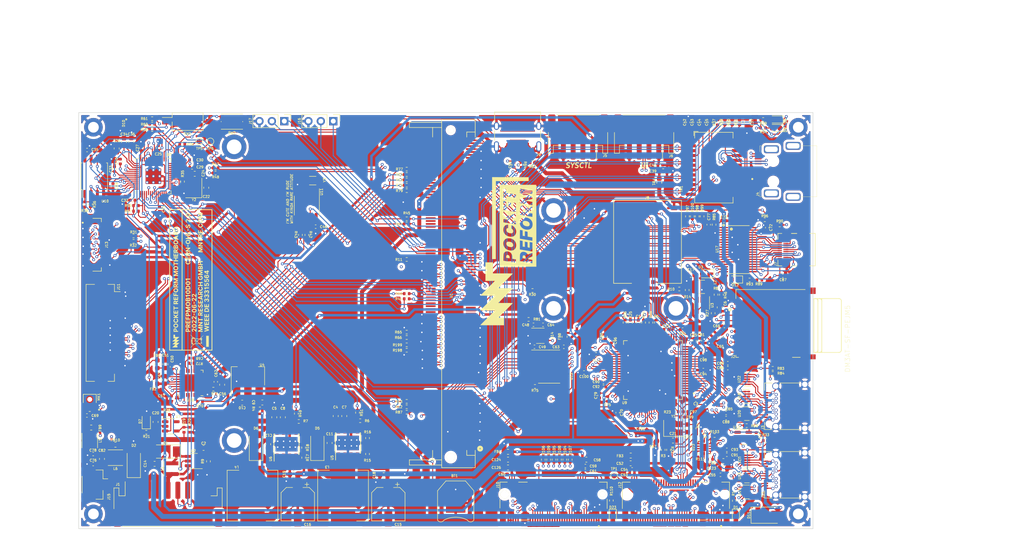
<source format=kicad_pcb>
(kicad_pcb (version 20211014) (generator pcbnew)

  (general
    (thickness 1.754)
  )

  (paper "A4")
  (layers
    (0 "F.Cu" signal)
    (1 "In1.Cu" power "In1.GND.Cu")
    (2 "In2.Cu" signal)
    (3 "In3.Cu" signal)
    (4 "In4.Cu" power "In4.GND.Cu")
    (31 "B.Cu" signal)
    (32 "B.Adhes" user "B.Adhesive")
    (33 "F.Adhes" user "F.Adhesive")
    (34 "B.Paste" user)
    (35 "F.Paste" user)
    (36 "B.SilkS" user "B.Silkscreen")
    (37 "F.SilkS" user "F.Silkscreen")
    (38 "B.Mask" user)
    (39 "F.Mask" user)
    (40 "Dwgs.User" user "User.Drawings")
    (41 "Cmts.User" user "User.Comments")
    (42 "Eco1.User" user "User.Eco1")
    (43 "Eco2.User" user "User.Eco2")
    (44 "Edge.Cuts" user)
    (45 "Margin" user)
    (46 "B.CrtYd" user "B.Courtyard")
    (47 "F.CrtYd" user "F.Courtyard")
    (48 "B.Fab" user)
    (49 "F.Fab" user)
  )

  (setup
    (stackup
      (layer "F.SilkS" (type "Top Silk Screen") (color "White"))
      (layer "F.Paste" (type "Top Solder Paste"))
      (layer "F.Mask" (type "Top Solder Mask") (color "Blue") (thickness 0.01))
      (layer "F.Cu" (type "copper") (thickness 0.035))
      (layer "dielectric 1" (type "prepreg") (thickness 0.127) (material "FR4") (epsilon_r 4.5) (loss_tangent 0.02))
      (layer "In1.Cu" (type "copper") (thickness 0.035))
      (layer "dielectric 2" (type "core") (thickness 0.127) (material "FR4") (epsilon_r 4.5) (loss_tangent 0.02))
      (layer "In2.Cu" (type "copper") (thickness 0.035))
      (layer "dielectric 3" (type "prepreg") (thickness 1.016) (material "FR4") (epsilon_r 4.5) (loss_tangent 0.02))
      (layer "In3.Cu" (type "copper") (thickness 0.035))
      (layer "dielectric 4" (type "core") (thickness 0.127) (material "FR4") (epsilon_r 4.5) (loss_tangent 0.02))
      (layer "In4.Cu" (type "copper") (thickness 0.035))
      (layer "dielectric 5" (type "prepreg") (thickness 0.127) (material "FR4") (epsilon_r 4.5) (loss_tangent 0.02))
      (layer "B.Cu" (type "copper") (thickness 0.035))
      (layer "B.Mask" (type "Bottom Solder Mask") (color "Blue") (thickness 0.01))
      (layer "B.Paste" (type "Bottom Solder Paste"))
      (layer "B.SilkS" (type "Bottom Silk Screen") (color "White"))
      (copper_finish "ENIG")
      (dielectric_constraints no)
    )
    (pad_to_mask_clearance 0)
    (pcbplotparams
      (layerselection 0x00010fc_ffffffff)
      (disableapertmacros false)
      (usegerberextensions false)
      (usegerberattributes true)
      (usegerberadvancedattributes true)
      (creategerberjobfile true)
      (svguseinch false)
      (svgprecision 6)
      (excludeedgelayer true)
      (plotframeref false)
      (viasonmask false)
      (mode 1)
      (useauxorigin false)
      (hpglpennumber 1)
      (hpglpenspeed 20)
      (hpglpendiameter 15.000000)
      (dxfpolygonmode true)
      (dxfimperialunits true)
      (dxfusepcbnewfont true)
      (psnegative false)
      (psa4output false)
      (plotreference true)
      (plotvalue true)
      (plotinvisibletext false)
      (sketchpadsonfab false)
      (subtractmaskfromsilk false)
      (outputformat 1)
      (mirror false)
      (drillshape 0)
      (scaleselection 1)
      (outputdirectory "pocket-reform-motherboard-d1-gerbers")
    )
  )

  (net 0 "")
  (net 1 "Net-(BT1-Pad1)")
  (net 2 "VCC")
  (net 3 "Net-(C9-Pad1)")
  (net 4 "+1V8")
  (net 5 "Net-(C11-Pad1)")
  (net 6 "Net-(C11-Pad2)")
  (net 7 "Net-(C12-Pad1)")
  (net 8 "Net-(C12-Pad2)")
  (net 9 "STANDBY_3V3")
  (net 10 "Net-(C20-Pad1)")
  (net 11 "Net-(C21-Pad1)")
  (net 12 "Net-(C22-Pad1)")
  (net 13 "Net-(C23-Pad1)")
  (net 14 "Net-(C24-Pad1)")
  (net 15 "Net-(C37-Pad1)")
  (net 16 "Net-(C39-Pad1)")
  (net 17 "Net-(C42-Pad1)")
  (net 18 "Net-(C43-Pad1)")
  (net 19 "Net-(C44-Pad1)")
  (net 20 "Net-(C45-Pad1)")
  (net 21 "Net-(C48-Pad1)")
  (net 22 "Net-(C72-Pad2)")
  (net 23 "USBH_1A_TXN")
  (net 24 "Net-(C57-Pad1)")
  (net 25 "USBH_1B_TXN")
  (net 26 "Net-(C63-Pad1)")
  (net 27 "USBH_1A_TXP")
  (net 28 "/USBH_1A_AC_TXN")
  (net 29 "USBH_1B_TXP")
  (net 30 "/USBH_1B_AC_TXN")
  (net 31 "USBH_2A_TXN")
  (net 32 "/USBH_1A_AC_TXP")
  (net 33 "USBH_2B_TXN")
  (net 34 "/USBH_1B_AC_TXP")
  (net 35 "USBH_2A_TXP")
  (net 36 "/USBH_2A_AC_TXN")
  (net 37 "USBH_2B_TXP")
  (net 38 "/~{M_LED1}")
  (net 39 "Net-(D4-Pad1)")
  (net 40 "ETH0_LED_RX")
  (net 41 "Net-(D8-Pad2)")
  (net 42 "ETH0_LED_LINK1")
  (net 43 "/USBH_2B_AC_TXN")
  (net 44 "Net-(D9-Pad2)")
  (net 45 "Net-(D10-Pad4)")
  (net 46 "Net-(D10-Pad5)")
  (net 47 "Net-(D10-Pad6)")
  (net 48 "VCHG")
  (net 49 "USB_VBUS")
  (net 50 "Net-(C87-Pad1)")
  (net 51 "RP_SDA0")
  (net 52 "RP_SCL0")
  (net 53 "Net-(J2-Pad5)")
  (net 54 "SD_DET")
  (net 55 "USBH_1_DP")
  (net 56 "USBH_1_DN")
  (net 57 "unconnected-(J3-PadA8)")
  (net 58 "USBH_1B_RXN")
  (net 59 "USBH_1B_RXP")
  (net 60 "unconnected-(J3-PadB8)")
  (net 61 "USBH_1A_RXN")
  (net 62 "USBH_1A_RXP")
  (net 63 "ETH0_DA+")
  (net 64 "ETH0_DA-")
  (net 65 "unconnected-(J4-Pad3)")
  (net 66 "ETH0_DC+")
  (net 67 "ETH0_DC-")
  (net 68 "ETH0_DB+")
  (net 69 "ETH0_DB-")
  (net 70 "unconnected-(J4-Pad8)")
  (net 71 "ETH0_DD+")
  (net 72 "ETH0_DD-")
  (net 73 "RP_UART1_TX")
  (net 74 "RP_UART1_RX")
  (net 75 "unconnected-(J7-Pad2)")
  (net 76 "UIM_PWR")
  (net 77 "Net-(J9-PadA4)")
  (net 78 "unconnected-(J9-PadA5)")
  (net 79 "/RUD+")
  (net 80 "/RUD-")
  (net 81 "unconnected-(J9-PadA8)")
  (net 82 "unconnected-(J9-PadB5)")
  (net 83 "unconnected-(J9-PadB8)")
  (net 84 "unconnected-(J10-Pad5)")
  (net 85 "unconnected-(J10-Pad6)")
  (net 86 "unconnected-(J10-Pad7)")
  (net 87 "unconnected-(J10-Pad8)")
  (net 88 "unconnected-(J10-Pad17)")
  (net 89 "unconnected-(J10-Pad19)")
  (net 90 "unconnected-(J10-Pad20)")
  (net 91 "unconnected-(J10-Pad22)")
  (net 92 "unconnected-(J10-Pad24)")
  (net 93 "unconnected-(J10-Pad26)")
  (net 94 "unconnected-(J10-Pad28)")
  (net 95 "unconnected-(J10-Pad29)")
  (net 96 "unconnected-(J10-Pad30)")
  (net 97 "unconnected-(J10-Pad31)")
  (net 98 "unconnected-(J10-Pad32)")
  (net 99 "unconnected-(J10-Pad34)")
  (net 100 "unconnected-(J10-Pad36)")
  (net 101 "/USBH_2A_AC_TXP")
  (net 102 "unconnected-(J10-Pad38)")
  (net 103 "/USBH_2B_AC_TXP")
  (net 104 "PCIE1_RX_N")
  (net 105 "PCIE1_RX_P")
  (net 106 "unconnected-(J10-Pad46)")
  (net 107 "PCIE1_TX_N")
  (net 108 "unconnected-(J10-Pad48)")
  (net 109 "PCIE1_TX_P")
  (net 110 "PCIE1_RESETn")
  (net 111 "PCIE1_CLK_N")
  (net 112 "unconnected-(J10-Pad54)")
  (net 113 "PCIE1_CLK_P")
  (net 114 "unconnected-(J10-Pad56)")
  (net 115 "unconnected-(J10-Pad58)")
  (net 116 "unconnected-(J10-Pad67)")
  (net 117 "unconnected-(J10-Pad68)")
  (net 118 "unconnected-(J10-Pad69)")
  (net 119 "unconnected-(J11-Pad3)")
  (net 120 "unconnected-(J11-Pad4)")
  (net 121 "GND")
  (net 122 "+5V")
  (net 123 "unconnected-(J11-Pad5)")
  (net 124 "Net-(J3-PadB5)")
  (net 125 "unconnected-(J11-Pad6)")
  (net 126 "unconnected-(J11-Pad7)")
  (net 127 "unconnected-(J11-Pad8)")
  (net 128 "unconnected-(J11-Pad9)")
  (net 129 "Net-(J3-PadA5)")
  (net 130 "USB1_DP")
  (net 131 "USB1_DN")
  (net 132 "SD_CLK")
  (net 133 "SD_CMD")
  (net 134 "SD_D3")
  (net 135 "SD_D2")
  (net 136 "SD_D1")
  (net 137 "SD_D0")
  (net 138 "USB2_RXP")
  (net 139 "USB2_RXN")
  (net 140 "USB2_TXN")
  (net 141 "USB2_TXP")
  (net 142 "USB1_RXP")
  (net 143 "USB1_RXN")
  (net 144 "USB1_TXN")
  (net 145 "USB1_TXP")
  (net 146 "USB2_DN")
  (net 147 "USB2_DP")
  (net 148 "+3V3")
  (net 149 "Net-(J7-Pad18)")
  (net 150 "unconnected-(J11-Pad10)")
  (net 151 "HDMI_CLKN")
  (net 152 "HDMI_CLKP")
  (net 153 "unconnected-(J11-Pad11)")
  (net 154 "HDMI_TX1N")
  (net 155 "HDMI_TX1P")
  (net 156 "DSI_D3_N")
  (net 157 "DSI_D3_P")
  (net 158 "Net-(R11-Pad2)")
  (net 159 "Net-(J7-Pad17)")
  (net 160 "Net-(J7-Pad15)")
  (net 161 "DSI_D2_N")
  (net 162 "HDMI_TX0N")
  (net 163 "HDMI_TX0P")
  (net 164 "DSI_D2_P")
  (net 165 "HDMI_TX2N")
  (net 166 "HDMI_TX2P")
  (net 167 "Net-(J7-Pad1)")
  (net 168 "DSI_CLK_N")
  (net 169 "HDMI_AUXN")
  (net 170 "HDMI_AUXP")
  (net 171 "UIM_IO")
  (net 172 "UIM_CLK")
  (net 173 "UIM_RST")
  (net 174 "UIM_VPP")
  (net 175 "DSI_CLK_P")
  (net 176 "DSI_D1_N")
  (net 177 "DSI_D1_P")
  (net 178 "Net-(R12-Pad2)")
  (net 179 "DSI_D0_N")
  (net 180 "Net-(C123-Pad1)")
  (net 181 "Net-(C124-Pad1)")
  (net 182 "Net-(D1-Pad2)")
  (net 183 "Net-(D23-Pad2)")
  (net 184 "Net-(D23-Pad1)")
  (net 185 "Net-(J10-Pad13)")
  (net 186 "Net-(J10-Pad25)")
  (net 187 "Net-(J10-Pad37)")
  (net 188 "Net-(J10-Pad11)")
  (net 189 "Net-(J10-Pad23)")
  (net 190 "Net-(J10-Pad35)")
  (net 191 "PCIE2_CLK_P")
  (net 192 "PCIE2_CLK_N")
  (net 193 "/M2_CLKREQn")
  (net 194 "PCIE2_RESETn")
  (net 195 "PCIE2_TX_N")
  (net 196 "PCIE2_TX_P")
  (net 197 "PCIE2_RX_P")
  (net 198 "PCIE2_RX_N")
  (net 199 "DSI_D0_P")
  (net 200 "unconnected-(J11-Pad28)")
  (net 201 "unconnected-(J11-Pad29)")
  (net 202 "unconnected-(J11-Pad31)")
  (net 203 "unconnected-(J11-Pad32)")
  (net 204 "/M2_SMB_ALERTn")
  (net 205 "/M2_SMB_DATA")
  (net 206 "/M2_SMB_CLK")
  (net 207 "unconnected-(J11-Pad33)")
  (net 208 "/M_CONFIG_3")
  (net 209 "/~{M_PWROFF}")
  (net 210 "USBH_4_DP")
  (net 211 "USBH_4_DN")
  (net 212 "/M_I2S_CLK")
  (net 213 "/M_CONFIG_0")
  (net 214 "/M_I2S_RX")
  (net 215 "/M_I2S_TX")
  (net 216 "/M_DPR")
  (net 217 "/M_I2S_WA")
  (net 218 "/M_I2C_SCL")
  (net 219 "/M_SIM2_DET")
  (net 220 "/M_SIM2_DATA")
  (net 221 "/M_SIM2_CLK")
  (net 222 "/M_SIM2_RESET")
  (net 223 "/M_SIM2_PWR")
  (net 224 "/~{PCIE2_CLKREQ}")
  (net 225 "/~{PCIE2_WAKE}")
  (net 226 "/M_ANTCTL3")
  (net 227 "/M_ANTCTL2")
  (net 228 "/M_ANTCTL0")
  (net 229 "/M_I2S_MCLK(IO)")
  (net 230 "/M_ANTCTL1")
  (net 231 "/M_COEX2")
  (net 232 "/M_LAA_TX_EN")
  (net 233 "/M_COEX1")
  (net 234 "/M_VIO_1V8")
  (net 235 "/M_SIM1_DET")
  (net 236 "M2B_RST")
  (net 237 "/M_I2C_SDA")
  (net 238 "/M_CONFIG_1")
  (net 239 "/M_CONFIG_2")
  (net 240 "Net-(J14-PadA5)")
  (net 241 "USBH_2_DP")
  (net 242 "USBH_2_DN")
  (net 243 "unconnected-(J14-PadA8)")
  (net 244 "USBH_2B_RXN")
  (net 245 "USBH_2B_RXP")
  (net 246 "Net-(J14-PadB5)")
  (net 247 "unconnected-(J14-PadB8)")
  (net 248 "USBH_2A_RXN")
  (net 249 "USBH_2A_RXP")
  (net 250 "Net-(L2-Pad1)")
  (net 251 "~{USBH_RESET}")
  (net 252 "5V_ENABLE")
  (net 253 "3V3_ENABLE")
  (net 254 "Net-(R9-Pad1)")
  (net 255 "RP_UART2_RX")
  (net 256 "RP_UART2_TX")
  (net 257 "Net-(R15-Pad2)")
  (net 258 "Net-(R17-Pad2)")
  (net 259 "Net-(R19-Pad1)")
  (net 260 "Net-(C21-Pad2)")
  (net 261 "Net-(R24-Pad2)")
  (net 262 "Net-(R25-Pad1)")
  (net 263 "~{STANDBY_SHDN}")
  (net 264 "Net-(R26-Pad2)")
  (net 265 "unconnected-(U9-Pad22)")
  (net 266 "unconnected-(U9-Pad24)")
  (net 267 "unconnected-(U9-Pad25)")
  (net 268 "Net-(R35-Pad2)")
  (net 269 "PROG")
  (net 270 "QSPI_CS")
  (net 271 "Net-(R37-Pad1)")
  (net 272 "Net-(R39-Pad1)")
  (net 273 "Net-(R40-Pad1)")
  (net 274 "Net-(R41-Pad1)")
  (net 275 "USBH_3_DP")
  (net 276 "USBH_3_DN")
  (net 277 "Net-(R44-Pad1)")
  (net 278 "LPC_MOSI")
  (net 279 "Net-(R45-Pad1)")
  (net 280 "IMX_WAKE")
  (net 281 "Net-(R46-Pad1)")
  (net 282 "Net-(R47-Pad1)")
  (net 283 "Net-(R48-Pad1)")
  (net 284 "Net-(R49-Pad1)")
  (net 285 "Net-(R50-Pad1)")
  (net 286 "LPC_MISO")
  (net 287 "Net-(R51-Pad1)")
  (net 288 "unconnected-(U9-Pad27)")
  (net 289 "unconnected-(U9-Pad28)")
  (net 290 "unconnected-(U9-Pad29)")
  (net 291 "unconnected-(U9-Pad30)")
  (net 292 "RESET")
  (net 293 "Net-(R58-Pad1)")
  (net 294 "Net-(R60-Pad1)")
  (net 295 "Net-(R61-Pad1)")
  (net 296 "IMX_RTC_IRQ")
  (net 297 "Net-(R67-Pad2)")
  (net 298 "Net-(R68-Pad1)")
  (net 299 "DAC_SCL")
  (net 300 "DAC_SDA")
  (net 301 "Net-(R75-Pad2)")
  (net 302 "DAC_BCLK")
  (net 303 "DAC_DOUT")
  (net 304 "DAC_RXFS")
  (net 305 "DAC_DIN")
  (net 306 "DAC_TXFS")
  (net 307 "DAC_MCLK")
  (net 308 "Net-(R85-Pad2)")
  (net 309 "Net-(D12-Pad1)")
  (net 310 "HDMI_HPD")
  (net 311 "HDMI_SCL")
  (net 312 "HDMI_SDA")
  (net 313 "HDMI_CEC")
  (net 314 "Net-(R103-Pad2)")
  (net 315 "Net-(R111-Pad2)")
  (net 316 "unconnected-(U9-Pad31)")
  (net 317 "unconnected-(U9-Pad34)")
  (net 318 "unconnected-(U9-Pad36)")
  (net 319 "Net-(R22-Pad1)")
  (net 320 "SWD")
  (net 321 "SWC")
  (net 322 "ETH0_A+")
  (net 323 "ETH0_A-")
  (net 324 "ETH0_B+")
  (net 325 "ETH0_B-")
  (net 326 "ETH0_C+")
  (net 327 "ETH0_C-")
  (net 328 "ETH0_D+")
  (net 329 "ETH0_D-")
  (net 330 "unconnected-(U1-Pad8)")
  (net 331 "unconnected-(U1-Pad10)")
  (net 332 "unconnected-(U1-Pad28)")
  (net 333 "unconnected-(U1-Pad33)")
  (net 334 "unconnected-(U1-Pad34)")
  (net 335 "unconnected-(U1-Pad35)")
  (net 336 "unconnected-(U1-Pad36)")
  (net 337 "unconnected-(U1-Pad38)")
  (net 338 "unconnected-(U1-Pad39)")
  (net 339 "unconnected-(U1-Pad40)")
  (net 340 "unconnected-(U1-Pad42)")
  (net 341 "unconnected-(U1-Pad43)")
  (net 342 "unconnected-(U1-Pad45)")
  (net 343 "unconnected-(U1-Pad49)")
  (net 344 "unconnected-(U1-Pad51)")
  (net 345 "unconnected-(U1-Pad55)")
  (net 346 "unconnected-(U1-Pad57)")
  (net 347 "unconnected-(U1-Pad61)")
  (net 348 "unconnected-(U1-Pad63)")
  (net 349 "unconnected-(U1-Pad67)")
  (net 350 "unconnected-(U1-Pad69)")
  (net 351 "unconnected-(U1-Pad73)")
  (net 352 "unconnected-(U1-Pad75)")
  (net 353 "unconnected-(U1-Pad77)")
  (net 354 "unconnected-(U1-Pad81)")
  (net 355 "unconnected-(U1-Pad82)")
  (net 356 "unconnected-(U1-Pad84)")
  (net 357 "unconnected-(U1-Pad85)")
  (net 358 "unconnected-(U1-Pad86)")
  (net 359 "IMX_RESETn")
  (net 360 "unconnected-(U1-Pad88)")
  (net 361 "LPC_SS0")
  (net 362 "unconnected-(U1-Pad90)")
  (net 363 "unconnected-(U1-Pad92)")
  (net 364 "unconnected-(U1-Pad96)")
  (net 365 "LPC_SCK")
  (net 366 "unconnected-(U1-Pad107)")
  (net 367 "unconnected-(U1-Pad109)")
  (net 368 "unconnected-(U1-Pad120)")
  (net 369 "IMX_UART2_RX")
  (net 370 "IMX_UART2_TX")
  (net 371 "IMX_UART1_RX")
  (net 372 "IMX_UART1_TX")
  (net 373 "unconnected-(U1-Pad130)")
  (net 374 "unconnected-(U1-Pad132)")
  (net 375 "unconnected-(U1-Pad133)")
  (net 376 "unconnected-(U1-Pad134)")
  (net 377 "unconnected-(U1-Pad135)")
  (net 378 "unconnected-(U1-Pad136)")
  (net 379 "unconnected-(U1-Pad137)")
  (net 380 "unconnected-(U1-Pad138)")
  (net 381 "unconnected-(U1-Pad139)")
  (net 382 "unconnected-(U1-Pad140)")
  (net 383 "unconnected-(U1-Pad142)")
  (net 384 "unconnected-(U1-Pad143)")
  (net 385 "unconnected-(U1-Pad144)")
  (net 386 "unconnected-(U1-Pad146)")
  (net 387 "unconnected-(U1-Pad147)")
  (net 388 "unconnected-(U1-Pad148)")
  (net 389 "unconnected-(U1-Pad149)")
  (net 390 "unconnected-(U1-Pad150)")
  (net 391 "unconnected-(U1-Pad151)")
  (net 392 "unconnected-(U1-Pad152)")
  (net 393 "unconnected-(U1-Pad153)")
  (net 394 "unconnected-(U1-Pad154)")
  (net 395 "unconnected-(U1-Pad155)")
  (net 396 "unconnected-(U1-Pad156)")
  (net 397 "unconnected-(U1-Pad157)")
  (net 398 "unconnected-(U1-Pad158)")
  (net 399 "unconnected-(U1-Pad159)")
  (net 400 "unconnected-(U1-Pad160)")
  (net 401 "unconnected-(U1-Pad162)")
  (net 402 "BACKLIGHT_PWM")
  (net 403 "unconnected-(U1-Pad174)")
  (net 404 "unconnected-(U1-Pad180)")
  (net 405 "unconnected-(U1-Pad182)")
  (net 406 "unconnected-(U1-Pad184)")
  (net 407 "unconnected-(U1-Pad186)")
  (net 408 "unconnected-(U1-Pad188)")
  (net 409 "unconnected-(U1-Pad190)")
  (net 410 "unconnected-(U1-Pad192)")
  (net 411 "unconnected-(U1-Pad194)")
  (net 412 "unconnected-(U1-Pad196)")
  (net 413 "unconnected-(U1-Pad198)")
  (net 414 "unconnected-(U1-Pad200)")
  (net 415 "unconnected-(U5-Pad2)")
  (net 416 "unconnected-(U5-Pad3)")
  (net 417 "unconnected-(U6-Pad2)")
  (net 418 "unconnected-(U6-Pad3)")
  (net 419 "Net-(R23-Pad1)")
  (net 420 "unconnected-(U9-Pad23)")
  (net 421 "Net-(R23-Pad2)")
  (net 422 "unconnected-(U9-Pad41)")
  (net 423 "USBH_1V1")
  (net 424 "USBH_3V3")
  (net 425 "SDC_D1")
  (net 426 "SDC_D0")
  (net 427 "SDC_CMD")
  (net 428 "SDC_D3")
  (net 429 "SDC_D2")
  (net 430 "unconnected-(U13-Pad14)")
  (net 431 "unconnected-(U13-Pad13)")
  (net 432 "unconnected-(U13-Pad12)")
  (net 433 "unconnected-(U13-Pad9)")
  (net 434 "unconnected-(U13-Pad8)")
  (net 435 "unconnected-(U13-Pad7)")
  (net 436 "QSPI_SD1")
  (net 437 "QSPI_SD2")
  (net 438 "QSPI_SD0")
  (net 439 "QSPI_SCK")
  (net 440 "QSPI_SD3")
  (net 441 "Net-(U11-Pad1)")
  (net 442 "Net-(U11-Pad2)")
  (net 443 "USB_SRC_EN")
  (net 444 "RP_FUSB_INT")
  (net 445 "unconnected-(U23-Pad12)")
  (net 446 "unconnected-(U23-Pad13)")
  (net 447 "unconnected-(U8-Pad41)")
  (net 448 "unconnected-(U8-Pad39)")
  (net 449 "unconnected-(U8-Pad38)")
  (net 450 "unconnected-(U8-Pad31)")
  (net 451 "unconnected-(U8-Pad29)")
  (net 452 "Net-(C50-Pad1)")
  (net 453 "Net-(C68-Pad1)")
  (net 454 "Net-(C68-Pad2)")
  (net 455 "Net-(C76-Pad1)")
  (net 456 "Net-(C78-Pad1)")
  (net 457 "Net-(FB9-Pad1)")
  (net 458 "Net-(FB9-Pad2)")
  (net 459 "Net-(FB10-Pad1)")
  (net 460 "Net-(FB10-Pad2)")
  (net 461 "BACKLIGHT_EN")
  (net 462 "unconnected-(J13-Pad7)")
  (net 463 "~{DISP_RESET}")
  (net 464 "DISP_TE")
  (net 465 "DISP_EN")
  (net 466 "Net-(R76-Pad2)")
  (net 467 "Net-(R77-Pad2)")
  (net 468 "Net-(R79-Pad2)")
  (net 469 "Net-(R80-Pad2)")
  (net 470 "Net-(R82-Pad1)")
  (net 471 "unconnected-(U18-Pad30)")
  (net 472 "Net-(R13-Pad1)")
  (net 473 "Net-(R5-Pad1)")
  (net 474 "Net-(R70-Pad1)")
  (net 475 "Net-(R71-Pad1)")
  (net 476 "Net-(R72-Pad1)")
  (net 477 "unconnected-(U18-Pad13)")
  (net 478 "unconnected-(U18-Pad15)")
  (net 479 "unconnected-(U18-Pad27)")
  (net 480 "unconnected-(U18-Pad32)")
  (net 481 "1V1_ENABLE")
  (net 482 "Net-(R10-Pad1)")
  (net 483 "Net-(U3-Pad5)")
  (net 484 "Net-(C26-Pad1)")
  (net 485 "Net-(U8-Pad4)")
  (net 486 "Net-(U8-Pad9)")
  (net 487 "unconnected-(U8-Pad34)")
  (net 488 "unconnected-(U7-Pad5)")
  (net 489 "RP_FLIGHTMODE")
  (net 490 "RP_WOWWAN")
  (net 491 "Net-(U8-Pad40)")
  (net 492 "unconnected-(U8-Pad32)")

  (footprint "footprints:TE_1473149-4" (layer "F.Cu") (at 135 104 -90))

  (footprint "footprints:09452812561" (layer "F.Cu") (at 200.5 79 90))

  (footprint "Connector_USB:USB_C_Receptacle_Amphenol_12401548E4-2A_CircularHoles" (layer "F.Cu") (at 204.5 127 90))

  (footprint "MountingHole:MountingHole_2.2mm_M2_DIN965_Pad" (layer "F.Cu") (at 62 70))

  (footprint "MountingHole:MountingHole_2.2mm_M2_DIN965_Pad" (layer "F.Cu") (at 62 149))

  (footprint "MountingHole:MountingHole_2.2mm_M2_DIN965_Pad" (layer "F.Cu") (at 206 70))

  (footprint "MountingHole:MountingHole_2.2mm_M2_DIN965_Pad" (layer "F.Cu") (at 206 149))

  (footprint "footprints:pocket-reform" (layer "F.Cu") (at 146.75 94.95 90))

  (footprint "footprints:MOLEX_78800-0001" (layer "F.Cu") (at 175.2 93.4 -90))

  (footprint "Connector_JST:JST_PH_S4B-PH-SM4-TB_1x04-1MP_P2.00mm_Horizontal" (layer "F.Cu") (at 174.5 72 180))

  (footprint "Connector_HDMI:HDMI_Micro-D_Molex_46765-0x01" (layer "F.Cu") (at 207 95 90))

  (footprint "footprints:TE_1-2199230-6" (layer "F.Cu")
    (tedit 5D27692E) (tstamp 00000000-0000-0000-0000-000062290bde)
    (at 156 145 180)
    (property "Checked" "y")
    (property "Distributor" "Mouser")
    (property "LCSC" "Global Sourcing")
    (property "Manufacturer" "TE")
    (property "Manufacturer_No" "1-2199230-6")
    (property "Sheetfile" "pocket-reform-motherboard.kicad_sch")
    (property "Sheetname" "")
    (path "/00000000-0000-0000-0000-0000610031f1")
    (attr smd)
    (fp_text reference "J10" (at 11.4 1.9 90 unlocked) (layer "F.SilkS")
      (effects (font (size 0.5 0.5) (thickness 0.1)))
      (tstamp 59ec3156-036e-4049-89db-91a9dd07095f)
    )
    (fp_text value "1-2199230-6" (at 0 4.9) (layer "F.SilkS") hide
      (effects (font (size 1 1) (thickness 0.15)))
      (tstamp d39d813e-3e64-490c-ba5c-a64bb5ad6bd0)
    )
    (fp_line (start -10.95 -2.9) (end -10.95 -0.95) (layer "F.SilkS") (width 0.127) (tstamp 4fa10683-33cd-4dcd-8acc-2415cd63c62a))
    (fp_line (start -10.95 2.5) (end -9.35 2.5) (layer "F.SilkS") (width 0.127) (tstamp 8bc2c25a-a1f1-4ce8-b96a-a4f8f4c35079))
    (fp_line (start -10.95 1.2) (end -10.95 2.5) (layer "F.SilkS") (width 0.127) (tstamp 9cbf35b8-f4d3-42a3-bb16-04ffd03fd8fd))
    (fp_line (start 5.35 2.5) (end 7.15 2.5) (layer "F.SilkS") (width 0.127) (tstamp b1ddb058-f7b2-429c-9489-f4e2242ad7e5))
    (fp_line (start 10.95 -1.05) (end 10.95 -2.8) (layer "F.SilkS") (width 0.127) (tstamp c106154f-d948-43e5-abfa-e1b96055d91b))
    (fp_line (start 5.1 -5.25) (end 6.9 -5.25) (layer "F.SilkS") (width 0.127) (tstamp c24d6ac8-802d-4df3-a210-9cb1f693e865))
    (fp_line (start 9.45 2.5) (end 10.95 2.5) (layer "F.SilkS") (width 0.127) (tstamp eee16674-2d21-45b6-ab5e-d669125df26c))
    (fp_line (start 10.95 2.5) (end 10.95 0.8) (layer "F.SilkS") (width 0.127) (tstamp f449bd37-cc90-4487-aee6-2a20b8d2843a))
    (fp_circle (center -9.25 -6.5) (end -9.15 -6.5) (layer "F.SilkS") (width 0.2) (fill none) (tstamp cf386a39-fc62-49dd-8ec5-e044f6bd67ce))
    (fp_line (start -11.2 -6.3) (end -11.2 3.3) (layer "Eco1.User") (width 0.05) (tstamp 009a4fb4-fcc0-4623-ae5d-c1bae3219583))
    (fp_line (start 11.25 3.3) (end 11.25 -6.3) (layer "Eco1.User") (width 0.05) (tstamp 37f31dec-63fc-4634-a141-5dc5d2b60fe4))
    (fp_line (start -11.2 3.3) (end 11.25 3.3) (layer "Eco1.User") (width 0.05) (tstamp 88668202-3f0b-4d07-84d4-dcd790f57272))
    (fp_line (start 11.25 -6.3) (end -11.2 -6.3) (layer "Eco1.User") (width 0.05) (tstamp 91c1eb0a-67ae-4ef0-95ce-d060a03a7313))
    (fp_line (start 10.95 -5.25) (end 10.95 2.5) (layer "Eco2.User") (width 0.127) (tstamp 071522c0-d0ed-49b9-906e-6295f67fb0dc))
    (fp_line (start 10.95 2.5) (end -10.95 2.5) (layer "Eco2.User") (width 0.127) (tstamp 2846428d-39de-4eae-8ce2-64955d56c493))
    (fp_line (start -10.95 -5.25) (end 10.95 -5.25) (layer "Eco2.User") (width 0.127) (tstamp 4e315e69-0417-463a-8b7f-469a08d1496e))
    (fp_line (start -10.95 2.5) (end -10.95 -5.25) (layer "Eco2.User") (width 0.127) (tstamp 6a2b20ae-096c-4d9f-92f8-2087c865914f))
    (pad "" np_thru_hole circle locked (at 10 0 180) (size 1.6 1.6) (drill 1.6) (layers *.Cu *.Mask "F.SilkS") (tstamp 34d03349-6d78-4165-a683-2d8b76f2bae8))
    (pad "" np_thru_hole circle locked (at -10 0 180) (size 1.1 1.1) (drill 1.1) (layers *.Cu *.Mask "F.SilkS") (tstamp bb4b1afc-c46e-451d-8dad-36b7dec82f26))
    (pad "1" smd rect locked (at -9.25 -5.275 180) (size 0.3 1.55) (layers "F.Cu" "F.Paste" "F.Mask")
      (net 121 "GND") (pinfunction "1") (pintype "passive") (tstamp f8fc38ec-0b98-40bc-ae2f-e5cc29973bca))
    (pad "2" smd rect locked (at -9 2.275 180) (size 0.3 1.55) (layers "F.Cu" "F.Paste" "F.Mask")
      (net 181 "Net-(C124-Pad1)") (pinfunction "2") (pintype "passive") (tstamp a7531a95-7ca1-4f34-955e-18120cec99e6))
    (pad "3" smd rect locked (at -8.75 -5.275 180) (size 0.3 1.55) (layers "F.Cu" "F.Paste" "F.Mask")
      (net 121 "GND") (pinfunction "3") (pintype "passive") (tstamp 88d2c4b8-79f2-4e8b-9f70-b7e0ed9c70f8))
    (pad "4" smd rect locked (at -8.5 2.275 180) (size 0.3 1.55) (layers "F.Cu" "F.Paste" "F.Mask")
      (net 181 "Net-(C124-Pad1)") (pinfunction "4") (pintype "passive") (tstamp e1c30a32-820e-4b17-aec9-5cb8b76f0ccc))
    (pad "5" smd rect locked (at -8.25 -5.275 180) (size 0.3 1.55) (layers "F.Cu" "F.Paste" "F.Mask")
      (net 84 "unconnected-(J10-Pad5)") (pinfunction "5") (pintype "passive+no_connect") (tstamp 89c0bc4d-eee5-4a77-ac35-d30b35db5cbe))
    (pad "6" smd rect locked (at -8 2.275 180) (size 0.3 1.55) (layers "F.Cu" "F.Paste" "F.Mask")
      (net 85 "unconnected-(J10-Pad6)") (pinfunction "6") (pintype "passive+no_connect") (tstamp d21cc5e4-177a-4e1d-a8d5-060ed33e5b8e))
    (pad "7" smd rect locked (at -7.75 -5.275 180) (size 0.3 1.55) (layers "F.Cu" "F.Paste" "F.Mask")
      (net 86 "unconnected-(J10-Pad7)") (pinfunction "7") (pintype "passive+no_connect") (tstamp fef37e8b-0ff0-4da2-8a57-acaf19551d1a))
    (pad "8" smd rect locked (at -7.5 2.275 180) (size 0.3 1.55) (layers "F.Cu" "F.Paste" "F.Mask")
      (net 87 "unconnected-(J10-Pad8)") (pinfunction "8") (pintype "passive+no_connect") (tstamp 224768bc-6009-43ba-aa4a-70cbaa15b5a3))
    (pad "9" smd rect locked (at -7.25 -5.275 180) (size 0.3 1.55) (layers "F.Cu" "F.Paste" "F.Mask")
      (net 121 "GND") (pinfunction "9") (pintype "passive") (tstamp 9f80220c-1612-4589-b9ca-a5579617bdb8))
    (pad "10" smd rect locked (at -7 2.275 180) (size 0.3 1.55) (layers "F.Cu" "F.Paste" "F.Mask")
      (net 184 "Net-(D23-Pad1)") (pinfunction "10") (pintype "passive") (tstamp 752417ee-7d0b-4ac8-a22c-26669881a2ab))
    (pad "11" smd rect locked (at -6.75 -5.275 180) (size 0.3 1.55) (layers "F.Cu" "F.Paste" "F.Mask")
      (net 188 "Net-(J10-Pad11)") (pinfunction "11") (pintype "passive") (tstamp cada57e2-1fa7-4b9d-a2a0-2218773d5c50))
    (pad "12" smd rect locked (at -6.5 2.275 180) (size 0.3 1.55) (layers "F.Cu" "F.Paste" "F.Mask")
      (net 181 "Net-(C124-Pad1)") (pinfunction "12") (pintype "passive") (tstamp b9bb0e73-161a-4d06-b6eb-a9f66d8a95f5))
    (pad "13" smd rect locked (at -6.25 -5.275 180) (size 0.3 1.55) (layers "F.Cu" "F.Paste" "F.Mask")
      (net 185 "Net-(J10-Pad13)") (pinfunction "13") (pintype "passive") (tstamp c04386e0-b49e-4fff-b380-675af13a62cb))
    (pad "14" smd rect locked (at -6 2.275 180) (size 0.3 1.55) (layers "F.Cu" "F.Paste" "F.Mask")
      (net 181 "Net-(C124-Pad1)") (pinfunction "14") (pintype "passive") (tstamp 03c7f780-fc1b-487a-b30d-567d6c09fdc8))
    (pad "15" smd rect locked (at -5.75 -5.275 180) (size 0.3 1.55) (layers "F.Cu" "F.Paste" "F.Mask")
      (net 121 "GND") (pinfunction "15") (pintype "passive") (tstamp b873bc5d-a9af-4bd9-afcb-87ce4d417120))
    (pad "16" smd rect locked (at -5.5 2.275 180) (size 0.3 1.55) (layers "F.Cu" "F.Paste" "F.Mask")
      (net 181 "Net-(C124-Pad1)") (pinfunction "16") (pintype "passive") (tstamp f7667b23-296e-4362-a7e3-949632c8954b))
    (pad "17" smd rect locked (at -5.25 -5.275 180) (size 0.3 1.55) (layers "F.Cu" "F.Paste" "F.Mask")
      (net 88 "unconnected-(J10-Pad17)") (pinfunction "17") (pintype "passive+no_connect") (tstamp c76d4423-ef1b-4a6f-8176-33d65f2877bb))
    (pad "18" smd rect locked (at -5 2.275 180) (size 0.3 1.55) (layers "F.Cu" "F.Paste" "F.Mask")
      (net 181 "Net-(C124-Pad1)") (pinfunction "18") (pintype "passive") (tstamp 79e31048-072a-4a40-a625-26bb0b5f046b))
    (pad "19" smd rect locked (at -4.75 -5.275 180) (size 0.3 1.55) (layers "F.Cu" "F.Paste" "F.Mask")
      (net 89 "unconnected-(J10-Pad19)") (pinfunction "19") (pintype "passive+no_connect") (tstamp b4300db7-1220-431a-b7c3-2edbdf8fa6fc))
    (pad "20" smd rect locked (at -4.5 2.275 180) (size 0.3 1.55) (layers "F.Cu" "F.Paste" "F.Mask")
      (net 90 "unconnected-(J10-Pad20)") (pinfunction "20") (pintype "passive+no_connect") (tstamp 700e8b73-5976-423f-a3f3-ab3d9f3e9760))
    (pad "21" smd rect locked (at -4.25 -5.275 180) (size 0.3 1.55) (layers "F.Cu" "F.Paste" "F.Mask")
      (net 121 "GND") (pinfunction "21") (pintype "passive") (tstamp 1f8b2c0c-b042-4e2e-80f6-4959a27b238f))
    (pad "22" smd rect locked (at -4 2.275 180) (size 0.3 1.55) (layers "F.Cu" "F.Paste" "F.Mask")
      (net 91 "unconnected-(J10-Pad22)") (pinfunction "22") (pintype "passive+no_connect") (tstamp e5203297-b913-4288-a576-12a92185cb52))
    (pad "23" smd rect locked (at -3.75 -5.275 180) (size 0.3 1.55) (layers "F.Cu" "F.Paste" "F.Mask")
      (net 189 "Net-(J10-Pad23)") (pinfunction "23") (pintype "passive") (tstamp 4a850cb6-bb24-4274-a902-e49f34f0a0e3))
    (pad "24" smd rect locked (at -3.5 2.275 180) (size 0.3 1.55) (layers "F.Cu" "F.Paste" "F.Mask")
      (net 92 "unconnected-(J10-Pad24)") (pinfunction "24") (pintype "passive+no_connect") (tstamp 6b7c1048-12b6-46b2-b762-fa3ad30472dd))
    (pad "25" smd rect locked (at -3.25 -5.275 180) (size 0.3 1.55) (layers "F.Cu" "F.Paste" "F.Mask")
      (net 186 "Net-(J10-Pad25)") (pinfunction "25") (pintype "passive") (tstamp 0cc45b5b-96b3-4284-9cae-a3a9e324a916))
    (pad "26" smd rect locked (at -3 2.275 180) (size 0.3 1.55) (layers "F.Cu" "F.Paste" "F.Mask")
      (net 93 "unconnected-(J10-Pad26)") (pinfunction "26") (pintype "passive+no_connect") (tstamp f6c644f4-3036-41a6-9e14-2c08c079c6cd))
    (pad "27" smd rect locked (at -2.75 -5.275 180) (size 0.3 1.55) (layers "F.Cu" "F.Paste" "F.Mask")
      (net 121 "GND") (pinfunction "27") (pintype "passive") (tstamp f1447ad6-651c-45be-a2d6-33bddf672c2c))
    (pad "28" smd rect locked (at 
... [8508115 chars truncated]
</source>
